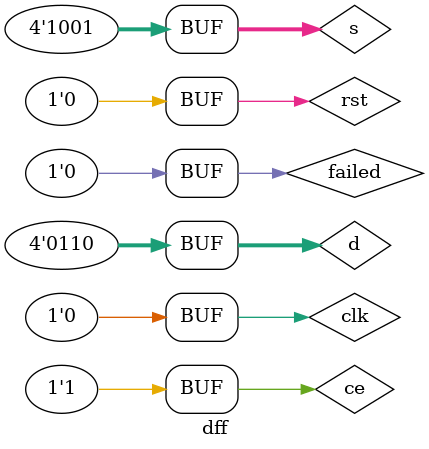
<source format=v>
module dff();

reg clk;
reg rst;
reg ce;
reg [3:0] s;
reg [3:0] d;
reg [3:0] q;

always @(negedge clk or posedge rst) begin
  if (rst)
    q <= s;
  else if (ce)
    q <= d;
end

(* ivl_synthesis_off *)
reg failed = 0;

initial begin
  $monitor("%b %b %b %b", rst, clk, d, q);
  clk = 1'b0;
  ce  = 1'b0;
  rst = 1'b0;
  s = 4'b1001;
  d = 4'b0110;
  #1;
  if (q !== 4'bxxxx) failed = 1;
  rst = 1'b1;
  #1;
  if (q !== 4'b1001) failed = 1;
  clk = 1'b1;
  #1;
  if (q !== 4'b1001) failed = 1;
  clk = 1'b0;
  #1;
  if (q !== 4'b1001) failed = 1;
  rst = 1'b0;
  #1;
  if (q !== 4'b1001) failed = 1;
  clk = 1'b1;
  #1;
  if (q !== 4'b1001) failed = 1;
  clk = 1'b0;
  #1;
  if (q !== 4'b1001) failed = 1;
  ce  = 1'b1;
  #1;
  if (q !== 4'b1001) failed = 1;
  clk = 1'b1;
  #1;
  if (q !== 4'b1001) failed = 1;
  clk = 1'b0;
  #1;
  if (q !== 4'b0110) failed = 1;
  if (failed)
    $display("FAILED");
  else
    $display("PASSED");
end

endmodule // dff

</source>
